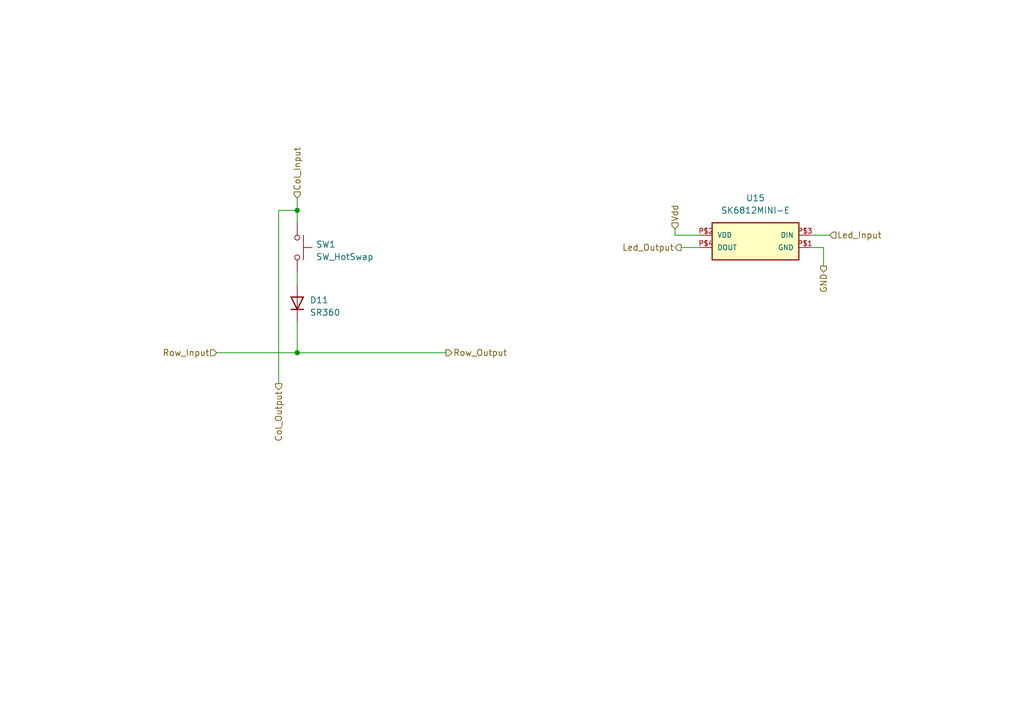
<source format=kicad_sch>
(kicad_sch (version 20250114) (generator "eeschema") (generator_version "9.0")
  (paper "A5")
  (title_block (title "Key Schematic") (date "2023-05-13") (rev "1"))
  (lib_symbols
    (symbol "CREPP_LED:SK6812MINI-E" (pin_names (offset 1.016))
      (property "Reference" "U" (at -2.54 2.54 0))
      (property "Value" "SK6812MINI-E" (at -2.54 -7.62 0))
      (symbol "SK6812MINI-E_0_0"
        (rectangle (start -7.62 2.54) (end 10.16 -5.08) (stroke (width 0.254)) (fill (type background)))
        (pin power_in line (at -10.16 0 0) (length 2.54) (name "VDD") (number "P$2"))
        (pin output line (at -10.16 -2.54 0) (length 2.54) (name "DOUT") (number "P$4"))
        (pin power_in line (at 12.7 0 180) (length 2.54) (name "DIN") (number "P$3"))
        (pin bidirectional line (at 12.7 -2.54 180) (length 2.54) (name "GND") (number "P$1"))
      )
    )
    (symbol "Device:D" (pin_numbers (hide yes)) (pin_names (offset 1.016) (hide yes))
      (property "Reference" "D" (at 0 2.54 0))
      (property "Value" "D" (at 0 -2.54 0))
      (symbol "D_0_1"
        (polyline (pts (xy -1.27 1.27) (xy -1.27 -1.27)) (stroke (width 0.254)))
        (polyline (pts (xy 1.27 1.27) (xy 1.27 -1.27) (xy -1.27 0) (xy 1.27 1.27)) (stroke (width 0.254)))
        (polyline (pts (xy 1.27 0) (xy -1.27 0)))
      )
      (symbol "D_1_1"
        (pin passive line (at -3.81 0 0) (length 2.54) (name "K") (number "1"))
        (pin passive line (at 3.81 0 180) (length 2.54) (name "A") (number "2"))
      )
    )
    (symbol "Switch:SW_Push" (pin_numbers (hide yes)) (pin_names (offset 1.016) (hide yes))
      (property "Reference" "SW" (at 1.27 2.54 0))
      (property "Value" "SW_Push" (at 0 -1.524 0))
      (symbol "SW_Push_0_1"
        (circle (center -2.032 0) (radius 0.508))
        (polyline (pts (xy 0 1.27) (xy 0 3.048)))
        (circle (center 2.032 0) (radius 0.508))
        (polyline (pts (xy 2.54 1.27) (xy -2.54 1.27)))
        (pin passive line (at -5.08 0 0) (length 2.54) (name "1") (number "1"))
        (pin passive line (at 5.08 0 180) (length 2.54) (name "2") (number "2"))
      )
    )
  )
  (junction (at 60.96 43.18))
  (junction (at 60.96 72.39))
  (wire (pts (xy 139.7 50.8) (xy 143.51 50.8)))
  (wire (pts (xy 57.15 78.74) (xy 57.15 43.18)))
  (wire (pts (xy 44.45 72.39) (xy 60.96 72.39)))
  (wire (pts (xy 166.37 48.26) (xy 170.18 48.26)))
  (wire (pts (xy 60.96 43.18) (xy 60.96 45.72)))
  (wire (pts (xy 138.43 48.26) (xy 138.43 46.99)))
  (wire (pts (xy 60.96 40.64) (xy 60.96 43.18)))
  (wire (pts (xy 60.96 55.88) (xy 60.96 58.42)))
  (wire (pts (xy 57.15 43.18) (xy 60.96 43.18)))
  (wire (pts (xy 166.37 50.8) (xy 168.91 50.8)))
  (wire (pts (xy 143.51 48.26) (xy 138.43 48.26)))
  (wire (pts (xy 168.91 50.8) (xy 168.91 54.61)))
  (wire (pts (xy 60.96 72.39) (xy 60.96 66.04)))
  (wire (pts (xy 60.96 72.39) (xy 91.44 72.39)))
  (hierarchical_label "Led_Input" (shape input) (at 170.18 48.26 0))
  (hierarchical_label "Vdd" (shape input) (at 138.43 46.99 90))
  (hierarchical_label "Row_Output" (shape output) (at 91.44 72.39 0))
  (hierarchical_label "Col_Input" (shape input) (at 60.96 40.64 90))
  (hierarchical_label "Row_Input" (shape input) (at 44.45 72.39 180))
  (hierarchical_label "GND" (shape output) (at 168.91 54.61 270))
  (hierarchical_label "Col_Output" (shape output) (at 57.15 78.74 270))
  (hierarchical_label "Led_Output" (shape output) (at 139.7 50.8 180))
  (symbol (lib_id "Device:D") (at 60.96 62.23 90) (unit 1)
    (property "Reference" "D11" (at 63.5 61.595 90) (effects (justify right)))
    (property "Value" "SR360" (at 63.5 64.135 90) (effects (justify right)))
    (property "Footprint" "Diode_SMD:D_SMA" (effects (hide yes)))
    (property "Sim.Device" "D" (effects (hide yes)))
    (property "Sim.Pins" "1=K 2=A" (effects (hide yes)))
    (instances (project "PCB" (path "" (reference "D11") (unit 1)) (path "" (reference "D7") (unit 1)) (path "" (reference "D6") (unit 1)) (path "" (reference "D8") (unit 1))))
  )
  (symbol (lib_id "Switch:SW_Push") (at 60.96 50.8 270) (unit 1)
    (property "Reference" "SW1" (at 64.77 50.165 90) (effects (justify left)))
    (property "Value" "SW_HotSwap" (at 64.77 52.705 90) (effects (justify left)))
    (property "Footprint" "HotSwapp_1U:Hotswap_1U" (effects (hide yes)))
    (instances (project "PCB" (path "" (reference "SW1") (unit 1)) (path "" (reference "SW3") (unit 1)) (path "" (reference "SW2") (unit 1)) (path "" (reference "SW4") (unit 1))))
  )
  (symbol (lib_id "CREPP_LED:SK6812MINI-E") (at 153.67 48.26 0) (unit 1)
    (property "Reference" "U" (at 154.94 40.64 0))
    (property "Value" "SK6812MINI-E" (at 154.94 43.18 0))
    (property "Footprint" "CREPP_LEDs:SK6812MINI-E" (effects (hide yes)))
    (property "MF" "dongguan occidental optoelectronics" (effects (hide yes)))
    (property "Package" "None" (effects (hide yes)))
    (property "Price" "None" (effects (hide yes)))
    (property "SnapEDA_Link" "https://www.snapeda.com/parts/SK6812MINI-E/Luna+Optoelectronics/view-part/?ref=snap" (effects (hide yes)))
    (property "MP" "SK6812MINI-E" (effects (hide yes)))
    (property "Availability" "Not in stock" (effects (hide yes)))
    (property "Check_prices" "https://www.snapeda.com/parts/SK6812MINI-E/Luna+Optoelectronics/view-part/?ref=eda" (effects (hide yes)))
    (instances (project "PCB" (path "" (reference "U15") (unit 1)) (path "" (reference "U12") (unit 1)) (path "" (reference "U16") (unit 1))))
  )
)
</source>
